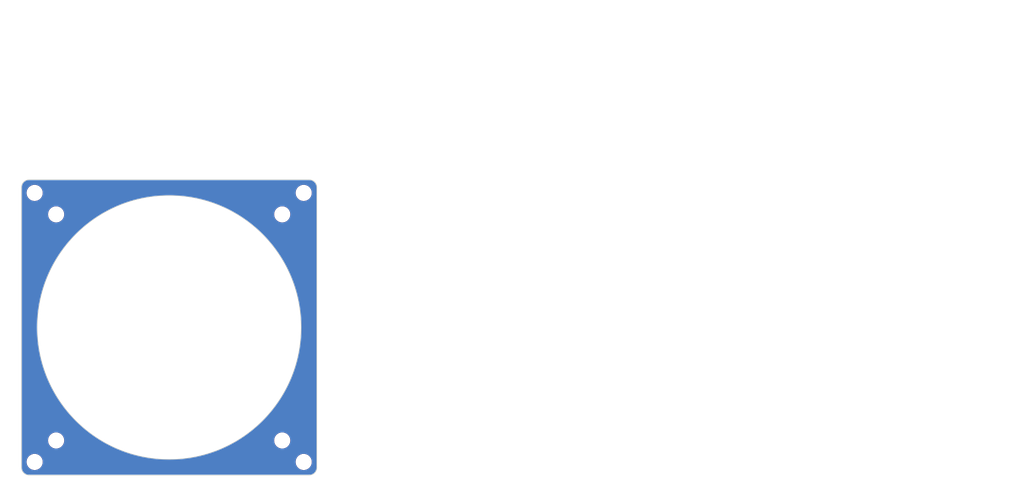
<source format=kicad_pcb>
(kicad_pcb (version 20221018) (generator pcbnew)
  (layers (0 "F.Cu" signal) (31 "B.Cu" signal) (34 "B.Paste" user) (35 "F.Paste" user) (36 "B.SilkS" user "B.Silkscreen") (37 "F.SilkS" user "F.Silkscreen") (38 "B.Mask" user) (39 "F.Mask" user) (44 "Edge.Cuts" user))
  (net 0 "")
  (footprint "MountingHole:MountingHole_2.2mm_M2" (layer "F.Cu") (at 82.175 99.4)
    (fp_text reference "H4" hide)
    (fp_text value "M2")
    (pad "" np_thru_hole circle locked (at 0 0) (size 2.2 2.2) (drill 2.2) (layers "*.Cu" "*.Mask"))
  )
  (footprint "MountingHole:MountingHole_2.2mm_M2" (layer "F.Cu") (at 85.775 57.886 45)
    (fp_text reference "H10" hide)
    (fp_text value "M2")
    (pad "" np_thru_hole circle locked (at 0 0 45) (size 2.2 2.2) (drill 2.2) (layers "*.Cu" "*.Mask"))
  )
  (footprint "MountingHole:MountingHole_2.2mm_M2" (layer "F.Cu") (at 44.261 61.486)
    (fp_text reference "H1" hide)
    (fp_text value "M2")
    (pad "" np_thru_hole circle locked (at 0 0) (size 2.2 2.2) (drill 2.2) (layers "*.Cu" "*.Mask"))
  )
  (footprint "MountingHole:MountingHole_2.2mm_M2" (layer "F.Cu") (at 44.261 99.4)
    (fp_text reference "H2" hide)
    (fp_text value "M2")
    (pad "" np_thru_hole circle locked (at 0 0) (size 2.2 2.2) (drill 2.2) (layers "*.Cu" "*.Mask"))
  )
  (footprint "MountingHole:MountingHole_2.2mm_M2" (layer "F.Cu") (at 82.175 61.486)
    (fp_text reference "H3" hide)
    (fp_text value "M2")
    (pad "" np_thru_hole circle locked (at 0 0) (size 2.2 2.2) (drill 2.2) (layers "*.Cu" "*.Mask"))
  )
  (footprint "MountingHole:MountingHole_2.2mm_M2" (layer "F.Cu") (at 40.661 103 -135)
    (fp_text reference "H9" hide)
    (fp_text value "M2")
    (pad "" np_thru_hole circle locked (at 0 0 225) (size 2.2 2.2) (drill 2.2) (layers "*.Cu" "*.Mask"))
  )
  (footprint "DreaM117er-keebLibrary:Trackpad_Cirque_TM040040" (layer "F.Cu") (at 63.218 80.443 -90)
    (fp_text reference "H5" hide)
    (fp_text value "TM040040")
  )
  (footprint "MountingHole:MountingHole_2.2mm_M2" (layer "F.Cu") (at 40.661 57.886 135)
    (fp_text reference "H8" hide)
    (fp_text value "M2")
    (pad "" np_thru_hole circle locked (at 0 0 135) (size 2.2 2.2) (drill 2.2) (layers "*.Cu" "*.Mask"))
  )
  (footprint "MountingHole:MountingHole_2.2mm_M2" (layer "F.Cu") (at 85.775 103 135)
    (fp_text reference "H11" hide)
    (fp_text value "M2")
    (pad "" np_thru_hole circle locked (at 0 0 135) (size 2.2 2.2) (drill 2.2) (layers "*.Cu" "*.Mask"))
  )
  (gr_line locked (start 86.705 55.686) (end 39.731 55.686) (stroke (width 0.12)) (layer "Edge.Cuts"))
  (gr_arc locked (start 39.731 105.2) (mid 38.832974 104.828026) (end 38.461 103.93) (stroke (width 0.12)) (layer "Edge.Cuts"))
  (gr_arc locked (start 38.461 56.956) (mid 38.832974 56.057974) (end 39.731 55.686) (stroke (width 0.12)) (layer "Edge.Cuts"))
  (gr_line locked (start 87.975 103.93) (end 87.975 56.956) (stroke (width 0.12)) (layer "Edge.Cuts"))
  (gr_circle (center 63.218 80.443) (end 85.348 80.443) (stroke (width 0.1)) (fill none) (layer "Edge.Cuts"))
  (gr_line locked (start 86.705 105.2) (end 39.731 105.2) (stroke (width 0.12)) (layer "Edge.Cuts"))
  (gr_line locked (start 38.461 56.956) (end 38.461 103.93) (stroke (width 0.12)) (layer "Edge.Cuts"))
  (gr_arc locked (start 87.975 103.93) (mid 87.603026 104.828026) (end 86.705 105.2) (stroke (width 0.12)) (layer "Edge.Cuts"))
  (gr_arc locked (start 86.705 55.686) (mid 87.603026 56.057974) (end 87.975 56.956) (stroke (width 0.12)) (layer "Edge.Cuts"))
  (zone (net 0) (net_name "") (layers "F&B.Cu") (connect_pads (clearance 0.5)) (min_thickness 0.25) (fill yes (thermal_gap 0.5) (thermal_bridge_width 0.5))
    (polygon (pts (xy 34.85 25.54) (xy 34.85 108.17) (xy 206.22 108.4) (xy 206.56 25.66)))
  )
)
</source>
